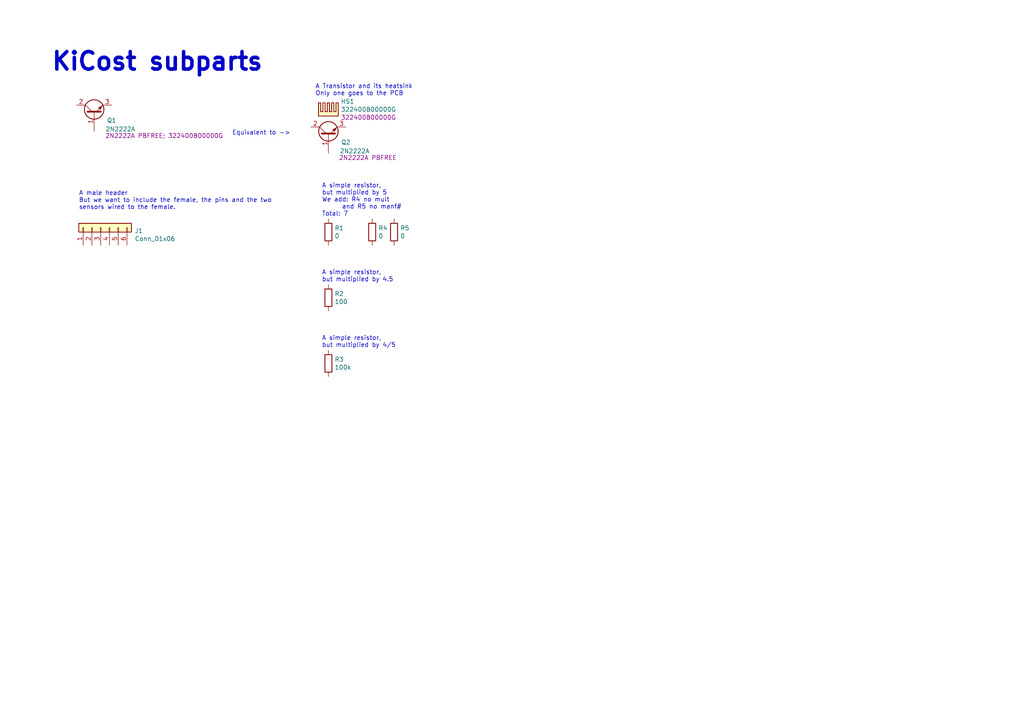
<source format=kicad_sch>
(kicad_sch (version 20231120) (generator "eeschema") (generator_version "8.0")
  (paper "A4")
  (title_block (title "KiCost subparts test") (date "2021-03-16") (rev "r1") (company "KiBot"))
  (lib_symbols
    (symbol "Connector_Generic:Conn_01x06" (pin_names (offset 1.016) hide)
      (property "Reference" "J" (at 0 7.62 0))
      (property "Value" "Conn_01x06" (at 0 -10.16 0))
      (symbol "Conn_01x06_1_1"
        (rectangle (start -1.27 -7.493) (end 0 -7.747) (stroke (width 0.1524)))
        (rectangle (start -1.27 -4.953) (end 0 -5.207) (stroke (width 0.1524)))
        (rectangle (start -1.27 -2.413) (end 0 -2.667) (stroke (width 0.1524)))
        (rectangle (start -1.27 0.127) (end 0 -0.127) (stroke (width 0.1524)))
        (rectangle (start -1.27 2.667) (end 0 2.413) (stroke (width 0.1524)))
        (rectangle (start -1.27 5.207) (end 0 4.953) (stroke (width 0.1524)))
        (rectangle (start -1.27 6.35) (end 1.27 -8.89) (stroke (width 0.254)) (fill (type background)))
        (pin passive line (at -5.08 5.08 0) (length 3.81) (name "Pin_1") (number "1"))
        (pin passive line (at -5.08 2.54 0) (length 3.81) (name "Pin_2") (number "2"))
        (pin passive line (at -5.08 0 0) (length 3.81) (name "Pin_3") (number "3"))
        (pin passive line (at -5.08 -2.54 0) (length 3.81) (name "Pin_4") (number "4"))
        (pin passive line (at -5.08 -5.08 0) (length 3.81) (name "Pin_5") (number "5"))
        (pin passive line (at -5.08 -7.62 0) (length 3.81) (name "Pin_6") (number "6"))
      )
    )
    (symbol "Device:Q_NPN_BCE" (pin_names (offset 0) hide)
      (property "Reference" "Q" (at 5.08 1.27 0))
      (property "Value" "Q_NPN_BCE" (at 5.08 -1.27 0))
      (symbol "Q_NPN_BCE_0_1"
        (polyline (pts (xy 0.635 0.635) (xy 2.54 2.54)))
        (polyline (pts (xy 0.635 -0.635) (xy 2.54 -2.54) (xy 2.54 -2.54)))
        (polyline (pts (xy 0.635 1.905) (xy 0.635 -1.905) (xy 0.635 -1.905)) (stroke (width 0.508)))
        (polyline (pts (xy 1.27 -1.778) (xy 1.778 -1.27) (xy 2.286 -2.286) (xy 1.27 -1.778) (xy 1.27 -1.778)) (fill (type outline)))
        (circle (center 1.27 0) (radius 2.8194) (stroke (width 0.254)))
      )
      (symbol "Q_NPN_BCE_1_1"
        (pin input line (at -5.08 0 0) (length 5.715) (name "B") (number "1"))
        (pin passive line (at 2.54 5.08 270) (length 2.54) (name "C") (number "2"))
        (pin passive line (at 2.54 -5.08 90) (length 2.54) (name "E") (number "3"))
      )
    )
    (symbol "Device:R" (pin_numbers hide) (pin_names (offset 0))
      (property "Reference" "R" (at 2.032 0 90))
      (property "Value" "R" (at 0 0 90))
      (symbol "R_0_1"
        (rectangle (start -1.016 -2.54) (end 1.016 2.54) (stroke (width 0.254)))
      )
      (symbol "R_1_1"
        (pin passive line (at 0 3.81 270) (length 1.27) (name "~") (number "1"))
        (pin passive line (at 0 -3.81 90) (length 1.27) (name "~") (number "2"))
      )
    )
    (symbol "Mechanical:Heatsink" (pin_names (offset 1.016))
      (property "Reference" "HS" (at 0 5.08 0))
      (property "Value" "Heatsink" (at 0 -1.27 0))
      (symbol "Heatsink_0_1"
        (polyline (pts (xy -0.3302 1.27) (xy -0.9652 1.27) (xy -0.9652 3.81) (xy -1.6002 3.81) (xy -1.6002 1.27) (xy -2.2352 1.27) (xy -2.2352 3.81) (xy -2.8702 3.81) (xy -2.8702 0) (xy -0.9652 0)) (stroke (width 0.254)) (fill (type background)))
        (polyline (pts (xy -0.3302 1.27) (xy -0.3302 3.81) (xy 0.3048 3.81) (xy 0.3048 1.27) (xy 0.9398 1.27) (xy 0.9398 3.81) (xy 1.5748 3.81) (xy 1.5748 1.27) (xy 2.2098 1.27) (xy 2.2098 3.81) (xy 2.8448 3.81) (xy 2.8448 0) (xy -0.9652 0)) (stroke (width 0.254)) (fill (type background)))
      )
    )
  )
  (text "A Transistor and its heatsink\nOnly one goes to the PCB" (at 91.44 27.94 0) (effects (font (size 1.27 1.27)) (justify left bottom)))
  (text "Equivalent to ->" (at 67.31 39.37 0) (effects (font (size 1.27 1.27)) (justify left bottom)))
  (text "A simple resistor, \nbut multiplied by 4/5" (at 93.345 100.965 0) (effects (font (size 1.27 1.27)) (justify left bottom)))
  (text "A male header\nBut we want to include the female, the pins and the two\nsensors wired to the female." (at 22.86 60.96 0) (effects (font (size 1.27 1.27)) (justify left bottom)))
  (text "KiCost subparts" (at 14.605 20.955 0) (effects (font (size 5.08 5.08) (thickness 1.016) (bold yes)) (justify left bottom)))
  (text "A simple resistor, \nbut multiplied by 5\nWe add: R4 no mult \n      and R5 no manf#\nTotal: 7" (at 93.345 62.865 0) (effects (font (size 1.27 1.27)) (justify left bottom)))
  (text "A simple resistor, \nbut multiplied by 4.5" (at 93.345 81.915 0) (effects (font (size 1.27 1.27)) (justify left bottom)))
  (symbol (lib_id "Mechanical:Heatsink") (at 95.25 33.655 0) (unit 1)
    (property "Reference" "HS1" (at 98.8314 29.4386 0) (effects (justify left)))
    (property "Value" "322400B00000G" (at 98.8314 31.75 0) (effects (justify left)))
    (property "Description" "HEAT SINK TO-18 1W BLK" (effects (hide yes)))
    (property "manf" "Aavid" (effects (hide yes)))
    (property "manf#" "322400B00000G" (at 98.8314 34.0614 0) (effects (justify left)))
    (property "digikey#" "HS100-ND" (effects (hide yes)))
  )
  (symbol (lib_id "Device:Q_NPN_BCE") (at 95.25 39.37 90) (unit 1)
    (property "Reference" "Q2" (at 100.33 41.275 90))
    (property "Value" "2N2222A" (at 102.87 43.815 90))
    (property "Footprint" "Package_TO_SOT_THT:TO-18-3" (effects (hide yes)))
    (property "Description" "TRANS NPN 40V 0.8A TO-18" (effects (hide yes)))
    (property "manf" "Central Semiconductor Corp" (effects (hide yes)))
    (property "manf#" "2N2222A PBFREE" (at 106.68 45.72 90))
    (property "digikey#" "1514-2N2222APBFREE-ND" (effects (hide yes)))
  )
  (symbol (lib_id "Device:Q_NPN_BCE") (at 27.305 33.02 90) (unit 1)
    (property "Reference" "Q1" (at 32.385 34.925 90))
    (property "Value" "2N2222A" (at 34.925 37.465 90))
    (property "Footprint" "Package_TO_SOT_THT:TO-18-3" (effects (hide yes)))
    (property "Description" "TRANS NPN 40V 0.8A TO-18 + Heatsink" (effects (hide yes)))
    (property "manf" "Central Semiconductor Corp; Aavid" (effects (hide yes)))
    (property "manf#" "2N2222A PBFREE; 322400B00000G" (at 47.625 39.37 90))
    (property "digikey#" "1514-2N2222APBFREE-ND; HS100-ND" (effects (hide yes)))
    (property "Value_Subparts" "2N2222A;322400B00000G" (effects (hide yes)))
  )
  (symbol (lib_id "Connector_Generic:Conn_01x06") (at 29.21 66.04 90) (unit 1)
    (property "Reference" "J1" (at 39.0652 66.9544 90) (effects (justify right)))
    (property "Value" "Conn_01x06" (at 39.0652 69.2658 90) (effects (justify right)))
    (property "Footprint" "Connector_PinHeader_2.54mm:PinHeader_1x06_P2.54mm_Vertical" (effects (hide yes)))
    (property "Description" "CONN HEADER VERT 6POS 2.54MM; CONN HOUSING 6POS .100 W/RAMP; CONN 22-30AWG CRIMP TIN; SENSOR CURRENT HALL 50A AC/DC; TRANSDUCR VOLTAG CLOSE LOOP 10MA" (effects (hide yes)))
    (property "manf" "Molex; Molex; Molex; LEM; LEM" (effects (hide yes)))
    (property "manf#" "0022232061;0022012067; 6: 08-50-0114;  LA 55-P; lv 25-P" (effects (hide yes)))
    (property "digikey#" "WM4204-ND; WM2015-ND; WM1114-ND; 398-1010-ND; 398-1019-ND" (effects (hide yes)))
    (property "Value_Subparts" "Male_01x06;Female_01x06;Crimp_Pin;LA 55-P;LV 25-P" (effects (hide yes)))
  )
  (symbol (lib_id "Device:R") (at 95.25 67.31 0) (unit 1)
    (property "Reference" "R1" (at 97.028 66.1416 0) (effects (justify left)))
    (property "Value" "0" (at 97.028 68.453 0) (effects (justify left)))
    (property "Description" "RES SMD 0 OHM JUMPER 1/8W 0603" (effects (hide yes)))
    (property "manf" "Bourns" (effects (hide yes)))
    (property "manf#" "CR0603-J/-000ELF:5" (effects (hide yes)))
    (property "digikey#" "CR0603-J/-000ELFCT-ND:  5" (effects (hide yes)))
  )
  (symbol (lib_id "Device:R") (at 95.25 86.36 0) (unit 1)
    (property "Reference" "R2" (at 97.028 85.1916 0) (effects (justify left)))
    (property "Value" "100" (at 97.028 87.503 0) (effects (justify left)))
    (property "Description" "RES SMD 100 OHM 5% 1/10W 0603" (effects (hide yes)))
    (property "manf" "Bourns" (effects (hide yes)))
    (property "manf#" "CR0603-JW-101ELF   :   4.5" (effects (hide yes)))
    (property "digikey#" "CR0603-JW-101ELFCT-ND   :4.5" (effects (hide yes)))
  )
  (symbol (lib_id "Device:R") (at 95.25 105.41 0) (unit 1)
    (property "Reference" "R3" (at 97.028 104.2416 0) (effects (justify left)))
    (property "Value" "100k" (at 97.028 106.553 0) (effects (justify left)))
    (property "Description" "RES SMD 100K OHM 5% 1/10W 0603" (effects (hide yes)))
    (property "manf" "Bourns" (effects (hide yes)))
    (property "manf#" "4/5 : CR0603-JW-104ELF  " (effects (hide yes)))
    (property "digikey#" "  4/5  :   CR0603-JW-104ELFCT-ND" (effects (hide yes)))
  )
  (symbol (lib_id "Device:R") (at 107.95 67.31 0) (unit 1)
    (property "Reference" "R4" (at 109.728 66.1416 0) (effects (justify left)))
    (property "Value" "0" (at 109.728 68.453 0) (effects (justify left)))
    (property "Description" "RES SMD 0 OHM JUMPER 1/8W 0603" (effects (hide yes)))
    (property "manf" "Bourns" (effects (hide yes)))
    (property "manf#" "CR0603-J/-000ELF" (effects (hide yes)))
    (property "digikey#" "CR0603-J/-000ELFCT-ND" (effects (hide yes)))
  )
  (symbol (lib_id "Device:R") (at 114.3 67.31 0) (unit 1)
    (property "Reference" "R5" (at 116.078 66.1416 0) (effects (justify left)))
    (property "Value" "0" (at 116.078 68.453 0) (effects (justify left)))
    (property "Description" "RES SMD 0 OHM JUMPER 1/8W 0603" (effects (hide yes)))
  )
)
</source>
